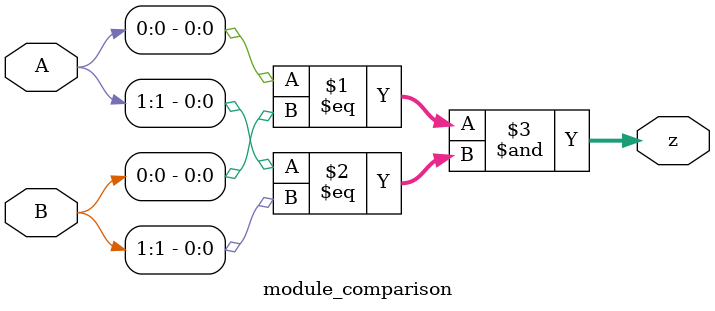
<source format=sv>
module top_module(
    input [1:0] A,
    input [1:0] B,
    output z
);
  // Correction: Adding missing semicolon
  wire [1:0] result;

  // Correction: Changing module name to `module_comparison`
  module_comparison U1 (
    .A(A),
    .B(B),
    .z(result)
  );

  // Correction: Assigning the comparison result to the output `z`
  assign z = (result[0] & result[1]);

endmodule
module module_comparison(
    input [1:0] A,
    input [1:0] B,
    output [1:0] z
);
  // Correction: Adding missing semicolon
  assign z = (A[0] == B[0]) & (A[1] == B[1]);

endmodule

</source>
